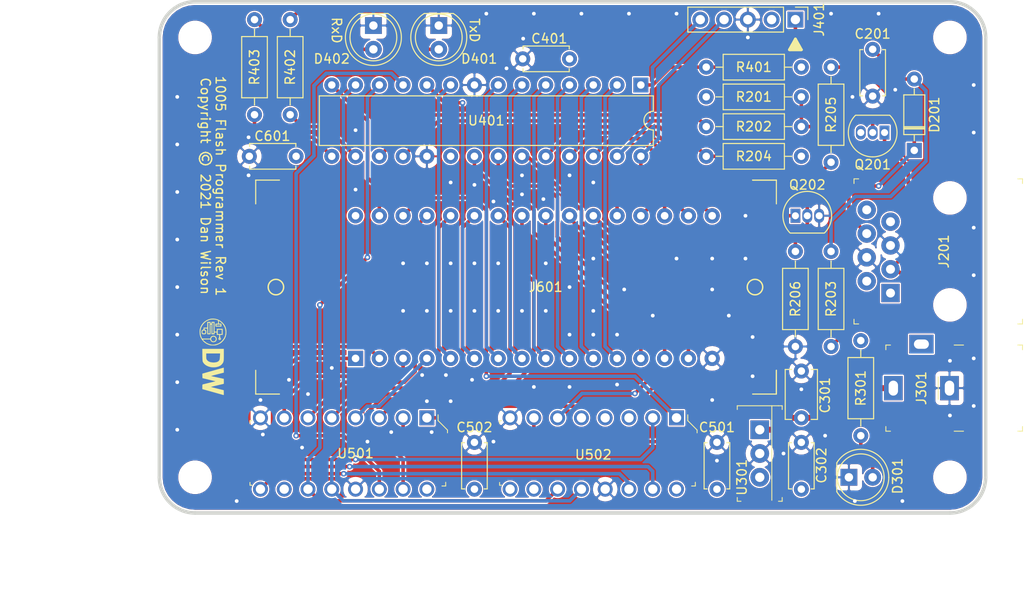
<source format=kicad_pcb>
(kicad_pcb (version 20211014) (generator pcbnew)
  (title_block (title "1005 Flash Programmer") (date "2021-12-13") (rev "1") (company "Dan Wilson") (comment 3 "Copyright © 2021 Dan Wilson") (comment 4 "SST39SF0x0A Flash Programmer"))
  (layers (0 "F.Cu" signal) (1 "In1.Cu" power) (2 "In2.Cu" power) (31 "B.Cu" signal) (36 "B.SilkS" user "B.Silkscreen") (37 "F.SilkS" user "F.Silkscreen") (38 "B.Mask" user) (39 "F.Mask" user) (44 "Edge.Cuts" user))
  (net 0 "")
  (net 1 "Net-(C201-Pad1)")
  (net 2 "VSS")
  (net 3 "Net-(C301-Pad1)")
  (net 4 "VDD")
  (net 5 "/UART Level Converter/TxD")
  (net 6 "Net-(D401-Pad2)")
  (net 7 "Net-(D402-Pad2)")
  (net 8 "Net-(J201-Pad1)")
  (net 9 "Net-(J201-Pad2)")
  (net 10 "/UART Level Converter/RxD")
  (net 11 "Net-(J201-Pad7)")
  (net 12 "Net-(J201-Pad8)")
  (net 13 "Net-(J301-Pad3)")
  (net 14 "/Micro Controller/~{MCLR}")
  (net 15 "/Flash Memory/D7")
  (net 16 "/Flash Memory/D6")
  (net 17 "/Flash Memory/A18")
  (net 18 "/Flash Memory/A16")
  (net 19 "/Flash Memory/A15")
  (net 20 "/Flash Memory/A12")
  (net 21 "/Flash Memory/A7")
  (net 22 "/Flash Memory/A6")
  (net 23 "/Flash Memory/A5")
  (net 24 "/Flash Memory/A4")
  (net 25 "/Flash Memory/A3")
  (net 26 "/Flash Memory/A2")
  (net 27 "/Flash Memory/A1")
  (net 28 "/Flash Memory/A0")
  (net 29 "/Flash Memory/D0")
  (net 30 "/Flash Memory/D1")
  (net 31 "/Flash Memory/D2")
  (net 32 "/Flash Memory/D3")
  (net 33 "/Flash Memory/D4")
  (net 34 "/Flash Memory/D5")
  (net 35 "/Flash Memory/~{CE}")
  (net 36 "/Flash Memory/A10")
  (net 37 "/Flash Memory/~{OE}")
  (net 38 "/Flash Memory/A11")
  (net 39 "/Flash Memory/A9")
  (net 40 "/Flash Memory/A8")
  (net 41 "/Flash Memory/A13")
  (net 42 "/Flash Memory/A14")
  (net 43 "/Flash Memory/A17")
  (net 44 "/Flash Memory/~{FL_WE}")
  (net 45 "Net-(Q201-Pad2)")
  (net 46 "Net-(Q202-Pad2)")
  (net 47 "/Micro Controller/USART_uRX")
  (net 48 "/Micro Controller/USART_uTX")
  (net 49 "/Micro Controller/LED_uRX")
  (net 50 "/Micro Controller/LED_uTX")
  (net 51 "/Micro Controller/SR_SDATA")
  (net 52 "/Micro Controller/SR_SCLK")
  (net 53 "/Micro Controller/SR_RCLK")
  (net 54 "Net-(U501-Pad9)")
  (net 55 "Net-(U502-Pad3)")
  (net 56 "Net-(U502-Pad4)")
  (net 57 "Net-(U502-Pad5)")
  (net 58 "Net-(U502-Pad9)")
  (net 59 "Net-(D301-Pad2)")
  (footprint "Capacitor_THT:C_Disc_D5.1mm_W3.2mm_P5.00mm" (layer "F.Cu") (at 182.245 140.97 90)
    (fp_text reference "C301")
    (fp_text value "0.33uF")
  )
  (footprint "Capacitor_THT:C_Disc_D4.7mm_W2.5mm_P5.00mm" (layer "F.Cu") (at 173.228 148.59 90)
    (fp_text reference "C501")
    (fp_text value "0.1uF")
  )
  (footprint "Diode_THT:D_DO-35_SOD27_P7.62mm_Horizontal" (layer "F.Cu") (at 194.31 112.395 90)
    (fp_text reference "D201")
    (fp_text value "1N4148")
  )
  (footprint "LED_THT:LED_D5.0mm" (layer "F.Cu") (at 136.525 99.06 -90)
    (fp_text reference "D402")
    (fp_text value "LED")
  )
  (footprint "DW_Footprint:32-6554-10" (layer "F.Cu") (at 154.94 127)
    (fp_text reference "J601")
    (fp_text value "32-6554-10")
  )
  (footprint "Package_TO_SOT_THT:TO-92_Inline" (layer "F.Cu") (at 181.61 119.38)
    (fp_text reference "Q202")
    (fp_text value "BC548")
  )
  (footprint "Resistor_THT:R_Axial_DIN0207_L6.3mm_D2.5mm_P10.16mm_Horizontal" (layer "F.Cu") (at 172.085 106.68)
    (fp_text reference "R201")
    (fp_text value "10K")
  )
  (footprint "Resistor_THT:R_Axial_DIN0207_L6.3mm_D2.5mm_P10.16mm_Horizontal" (layer "F.Cu") (at 182.245 109.855 180)
    (fp_text reference "R202")
    (fp_text value "10K")
  )
  (footprint "Resistor_THT:R_Axial_DIN0207_L6.3mm_D2.5mm_P10.16mm_Horizontal" (layer "F.Cu") (at 185.42 133.35 90)
    (fp_text reference "R203")
    (fp_text value "4.7K")
  )
  (footprint "Resistor_THT:R_Axial_DIN0207_L6.3mm_D2.5mm_P10.16mm_Horizontal" (layer "F.Cu") (at 182.245 113.03 180)
    (fp_text reference "R204")
    (fp_text value "10K")
  )
  (footprint "Resistor_THT:R_Axial_DIN0207_L6.3mm_D2.5mm_P10.16mm_Horizontal" (layer "F.Cu") (at 181.61 123.19 -90)
    (fp_text reference "R206")
    (fp_text value "4.7K")
  )
  (footprint "Resistor_THT:R_Axial_DIN0207_L6.3mm_D2.5mm_P10.16mm_Horizontal" (layer "F.Cu") (at 182.245 103.505 180)
    (fp_text reference "R401")
    (fp_text value "10K")
  )
  (footprint "digikey-footprints:TO-220-3" (layer "F.Cu") (at 177.8 142.24 -90)
    (fp_text reference "U301")
    (fp_text value "L7805CV")
  )
  (footprint "Package_DIP:DIP-28_W7.62mm" (layer "F.Cu") (at 165.1 105.41 -90)
    (fp_text reference "U401")
    (fp_text value "PIC16F15256-xSP")
  )
  (footprint "digikey-footprints:DIP-16_W7.62mm" (layer "F.Cu") (at 168.91 140.97 -90)
    (fp_text reference "U502")
    (fp_text value "SN74HC595NE4")
  )
  (footprint "Capacitor_THT:C_Disc_D4.7mm_W2.5mm_P5.00mm" (layer "F.Cu") (at 147.32 148.59 90)
    (fp_text reference "C502")
    (fp_text value "0.1uF")
  )
  (footprint "digikey-footprints:DIP-16_W7.62mm" (layer "F.Cu") (at 142.24 140.97 -90)
    (fp_text reference "U501")
    (fp_text value "SN74HC595NE4")
  )
  (footprint "Capacitor_THT:C_Disc_D4.7mm_W2.5mm_P5.00mm" (layer "F.Cu") (at 128.27 113.03 180)
    (fp_text reference "C601")
    (fp_text value "0.1uF")
  )
  (footprint "Connector_PinHeader_2.54mm:PinHeader_1x05_P2.54mm_Vertical" (layer "F.Cu") (at 181.61 98.425 -90)
    (fp_text reference "J401")
    (fp_text value "ICSP")
  )
  (footprint "Capacitor_THT:C_Disc_D4.7mm_W2.5mm_P5.00mm" (layer "F.Cu") (at 189.865 101.6 -90)
    (fp_text reference "C201")
    (fp_text value "0.1uF")
  )
  (footprint "Resistor_THT:R_Axial_DIN0207_L6.3mm_D2.5mm_P10.16mm_Horizontal" (layer "F.Cu") (at 123.825 108.585 90)
    (fp_text reference "R403")
    (fp_text value "300")
  )
  (footprint "Resistor_THT:R_Axial_DIN0207_L6.3mm_D2.5mm_P10.16mm_Horizontal" (layer "F.Cu") (at 127.635 108.585 90)
    (fp_text reference "R402")
    (fp_text value "300")
  )
  (footprint "MountingHole:MountingHole_3.2mm_M3" (layer "F.Cu") (at 117.475 100.33)
    (fp_text reference "H101" hide)
    (fp_text value "MountingHole")
  )
  (footprint "MountingHole:MountingHole_3.2mm_M3" (layer "F.Cu") (at 117.475 147.32)
    (fp_text reference "H103" hide)
    (fp_text value "MountingHole")
  )
  (footprint "Package_TO_SOT_THT:TO-92_Inline" (layer "F.Cu") (at 191.135 110.49 180)
    (fp_text reference "Q201")
    (fp_text value "BC558")
  )
  (footprint "Resistor_THT:R_Axial_DIN0207_L6.3mm_D2.5mm_P10.16mm_Horizontal" (layer "F.Cu") (at 185.42 103.505 -90)
    (fp_text reference "R205")
    (fp_text value "4.7K")
  )
  (footprint "digikey-footprints:Ethernet_Jack_54602-908LF" (layer "F.Cu") (at 191.77 127.635 90)
    (fp_text reference "J201")
    (fp_text value "A-2004-2-4-LP-N-R")
  )
  (footprint "MountingHole:MountingHole_3.2mm_M3" (layer "F.Cu") (at 198.12 100.33)
    (fp_text reference "H104" hide)
    (fp_text value "MountingHole")
  )
  (footprint "MountingHole:MountingHole_3.2mm_M3" (layer "F.Cu") (at 198.12 147.32)
    (fp_text reference "H102" hide)
    (fp_text value "MountingHole")
  )
  (footprint "digikey-footprints:Barrel_Jack_5.5mmODx2.1mmID_PJ-102A" (layer "F.Cu") (at 195.072 137.795 -90)
    (fp_text reference "J301")
    (fp_text value "Barrel_Jack_Switch")
  )
  (footprint "DW_Footprint:DW_PCB_Logo" (layer "F.Cu") (at 119.38 134.493 -90)
    (fp_text reference "G***" hide)
    (fp_text value "LOGO" hide)
  )
  (footprint "LED_THT:LED_D5.0mm" (layer "F.Cu") (at 143.51 99.06 -90)
    (fp_text reference "D401")
    (fp_text value "LED")
  )
  (footprint "Capacitor_THT:C_Disc_D4.7mm_W2.5mm_P5.00mm" (layer "F.Cu") (at 157.48 102.616 180)
    (fp_text reference "C401")
    (fp_text value "0.1uF")
  )
  (footprint "LED_THT:LED_D5.0mm" (layer "F.Cu") (at 187.325 147.32)
    (fp_text reference "D301")
    (fp_text value "LED")
  )
  (footprint "Resistor_THT:R_Axial_DIN0207_L6.3mm_D2.5mm_P10.16mm_Horizontal" (layer "F.Cu") (at 188.595 132.715 -90)
    (fp_text reference "R301")
    (fp_text value "300")
  )
  (footprint "Capacitor_THT:C_Disc_D4.7mm_W2.5mm_P5.00mm" (layer "F.Cu") (at 182.245 148.59 90)
    (fp_text reference "C302")
    (fp_text value "0.1uF")
  )
  (gr_line (start 113.665 147.32) (end 113.665 100.33) (layer "Edge.Cuts") (width 0.381))
  (gr_line (start 117.475 96.52) (end 198.12 96.52) (layer "Edge.Cuts") (width 0.381))
  (gr_line (start 198.12 151.13) (end 117.475 151.13) (layer "Edge.Cuts") (width 0.381))
  (gr_line (start 201.93 100.33) (end 201.93 147.32) (layer "Edge.Cuts") (width 0.381))
  (gr_arc (start 117.475 151.13) (mid 114.780923 150.014077) (end 113.665 147.32) (layer "Edge.Cuts") (width 0.381))
  (gr_arc (start 201.93 147.32) (mid 200.814077 150.014077) (end 198.12 151.13) (layer "Edge.Cuts") (width 0.381))
  (gr_arc (start 198.12 96.52) (mid 200.814077 97.635923) (end 201.93 100.33) (layer "Edge.Cuts") (width 0.381))
  (gr_arc (start 113.665 100.33) (mid 114.780923 97.635923) (end 117.475 96.52) (layer "Edge.Cuts") (width 0.381))
  (gr_text "TxD" (at 147.32 99.568 270) (layer "F.SilkS") (effects (font (size 1 1))))
  (gr_text "▲" (at 181.61 100.965) (layer "F.SilkS") (effects (font (size 1.5 1.5) (thickness 0.3))))
  (gr_text "1005 Flash Programmer Rev 1\nCopyright © 2021 Dan Wilson" (at 119.38 116.205 -90) (layer "F.SilkS") (effects (font (size 1 1))))
  (gr_text "RxD" (at 132.588 99.568 270) (layer "F.SilkS") (effects (font (size 1 1))))
  (segment (start 194.31 104.775) (end 193.04 104.775) (width 0.381) (layer "F.Cu") (net 1))
  (segment (start 193.04 104.775) (end 189.865 101.6) (width 0.381) (layer "F.Cu") (net 1))
  (segment (start 195.554501 106.019501) (end 195.554501 113.550601) (width 0.381) (layer "B.Cu") (net 1))
  (segment (start 185.42 119.913369) (end 185.42 123.19) (width 0.381) (layer "B.Cu") (net 1))
  (segment (start 194.31 104.775) (end 195.554501 106.019501) (width 0.381) (layer "B.Cu") (net 1))
  (segment (start 188.01287 117.320499) (end 185.42 119.913369) (width 0.381) (layer "B.Cu") (net 1))
  (segment (start 191.784603 117.320499) (end 188.01287 117.320499) (width 0.381) (layer "B.Cu") (net 1))
  (segment (start 195.554501 113.550601) (end 191.784603 117.320499) (width 0.381) (layer "B.Cu") (net 1))
  (via (at 142.24 139.192) (size 0.8) (drill 0.4) (layers "F.Cu" "B.Cu") (net 2))
  (via (at 123.19 115.062) (size 0.8) (drill 0.4) (layers "F.Cu" "B.Cu") (net 2))
  (via (at 127.508 136.906) (size 0.8) (drill 0.4) (layers "F.Cu" "B.Cu") (net 2))
  (via (at 200.66 110.49) (size 0.8) (drill 0.4) (layers "F.Cu" "B.Cu") (net 2))
  (via (at 157.48 127) (size 0.8) (drill 0.4) (layers "F.Cu" "B.Cu") (net 2))
  (via (at 187.706 106.68) (size 0.8) (drill 0.4) (layers "F.Cu" "B.Cu") (net 2))
  (via (at 115.57 142.24) (size 0.8) (drill 0.4) (layers "F.Cu" "B.Cu") (net 2))
  (via (at 162.56 132.08) (size 0.8) (drill 0.4) (layers "F.Cu" "B.Cu") (net 2))
  (via (at 168.91 97.79) (size 0.8) (drill 0.4) (layers "F.Cu" "B.Cu") (net 2))
  (via (at 115.57 111.76) (size 0.8) (drill 0.4) (layers "F.Cu" "B.Cu") (net 2))
  (via (at 135.89 143.51) (size 0.8) (drill 0.4) (layers "F.Cu" "B.Cu") (net 2))
  (via (at 134.62 110.236) (size 0.8) (drill 0.4) (layers "F.Cu" "B.Cu") (net 2))
  (via (at 149.352 143.51) (size 0.8) (drill 0.4) (layers "F.Cu" "B.Cu") (net 2))
  (via (at 152.527 100.457) (size 0.8) (drill 0.4) (layers "F.Cu" "B.Cu") (net 2))
  (via (at 144.78 139.192) (size 0.8) (drill 0.4) (layers "F.Cu" "B.Cu") (net 2))
  (via (at 147.066 136.906) (size 0.8) (drill 0.4) (layers "F.Cu" "B.Cu") (net 2))
  (via (at 147.32 124.46) (size 0.8) (drill 0.4) (layers "F.Cu" "B.Cu") (net 2))
  (via (at 198.12 134.874) (size 0.8) (drill 0.4) (layers "F.Cu" "B.Cu") (net 2))
  (via (at 154.94 129.54) (size 0.8) (drill 0.4) (layers "F.Cu" "B.Cu") (net 2))
  (via (at 163.83 97.79) (size 0.8) (drill 0.4) (layers "F.Cu" "B.Cu") (net 2))
  (via (at 177.038 132.334) (size 0.8) (drill 0.4) (layers "F.Cu" "B.Cu") (net 2))
  (via (at 152.4 117.094) (size 0.8) (drill 0.4) (layers "F.Cu" "B.Cu") (net 2))
  (via (at 149.352 117.856) (size 0.8) (drill 0.4) (layers "F.Cu" "B.Cu") (net 2))
  (via (at 177.038 136.525) (size 0.8) (drill 0.4) (layers "F.Cu" "B.Cu") (net 2))
  (via (at 200.66 105.41) (size 0.8) (drill 0.4) (layers "F.Cu" "B.Cu") (net 2))
  (via (at 153.67 97.79) (size 0.8) (drill 0.4) (layers "F.Cu" "B.Cu") (net 2))
  (via (at 200.66 125.73) (size 0.8) (drill 0.4) (layers "F.Cu" "B.Cu") (net 2))
  (via (at 173.228 145.542) (size 0.8) (drill 0.4) (layers "F.Cu" "B.Cu") (net 2))
  (via (at 139.7 124.46) (size 0.8) (drill 0.4) (layers "F.Cu" "B.Cu") (net 2))
  (via (at 144.272 136.398) (size 0.8) (drill 0.4) (layers "F.Cu" "B.Cu") (net 2))
  (via (at 124.46 139.065) (size 0.8) (drill 0.4) (layers "F.Cu" "B.Cu") (net 2))
  (via (at 154.686 117.602) (size 0.8) (drill 0.4) (layers "F.Cu" "B.Cu") (net 2))
  (via (at 115.57 106.68) (size 0.8) (drill 0.4) (layers "F.Cu" "B.Cu") (net 2))
  (via (at 163.322 127.254) (size 0.8) (drill 0.4) (layers "F.Cu" "B.Cu") (net 2))
  (via (at 182.245 137.922) (size 0.8) (drill 0.4) (layers "F.Cu" "B.Cu") (net 2))
  (via (at 176.276 123.952) (size 0.8) (drill 0.4) (layers "F.Cu" "B.Cu") (net 2))
  (via (at 180.34 144.78) (size 0.8) (drill 0.4) (layers "F.Cu" "B.Cu") (net 2))
  (via (at 172.72 127.254) (size 0.8) (drill 0.4) (layers "F.Cu" "B.Cu") (net 2))
  (via (at 157.48 115.062) (size 0.8) (drill 0.4) (layers "F.Cu" "B.Cu") (net 2))
  (via (at 144.78 129.54) (size 0.8) (drill 0.4) (layers "F.Cu" "B.Cu") (net 2))
  (via (at 190.5 97.79) (size 0.8) (drill 0.4) (layers "F.Cu" "B.Cu") (net 2))
  (via (at 115.57 132.08) (size 0.8) (drill 0.4) (layers "F.Cu" "B.Cu") (net 2))
  (via (at 152.4 115.062) (size 0.8) (drill 0.4) (layers "F.Cu" "B.Cu") (net 2))
  (via (at 150.749 103.632) (size 0.8) (drill 0.4) (layers "F.Cu" "B.Cu") (net 2))
  (via (at 128.905 144.145) (size 0.8) (drill 0.4) (layers "F.Cu" "B.Cu") (net 2))
  (via (at 154.94 124.46) (size 0.8) (drill 0.4) (layers "F.Cu" "B.Cu") (net 2))
  (via (at 138.43 142.494) (size 0.8) (drill 0.4) (layers "F.Cu" "B.Cu") (net 2))
  (via (at 176.53 100.33) (size 0.8) (drill 0.4) (layers "F.Cu" "B.Cu") (net 2))
  (via (at 193.04 149.86) (size 0.8) (drill 0.4) (layers "F.Cu" "B.Cu") (net 2))
  (via (at 153.67 137.668) (size 0.8) (drill 0.4) (layers "F.Cu" "B.Cu") (net 2))
  (via (at 158.75 97.79) (size 0.8) (drill 0.4) (layers "F.Cu" "B.Cu") (net 2))
  (via (at 149.86 124.46) (size 0.8) (drill 0.4) (layers "F.Cu" "B.Cu") (net 2))
  (via (at 147.32 116.078) (size 0.8) (drill 0.4) (layers "F.Cu" "B.Cu") (net 2))
  (via (at 200.66 120.65) (size 0.8) (drill 0.4) (layers "F.Cu" "B.Cu") (net 2))
  (via (at 152.4 129.54) (size 0.8) (drill 0.4) (layers "F.Cu" "B.Cu") (net 2))
  (via (at 187.96 149.86) (size 0.8) (drill 0.4) (layers "F.Cu" "B.Cu") (net 2))
  (via (at 160.02 123.952) (size 0.8) (drill 0.4) (layers "F.Cu" "B.Cu") (net 2))
  (via (at 192.278 105.918) (size 0.8) (drill 0.4) (layers "F.Cu" "B.Cu") (net 2))
  (via (at 147.32 129.54) (size 0.8) (drill 0.4) (layers "F.Cu" "B.Cu") (net 2))
  (via (at 174.498 130.048) (size 0.8) (drill 0.4) (layers "F.Cu" "B.Cu") (net 2))
  (via (at 141.732 136.398) (size 0.8) (drill 0.4) (layers "F.Cu" "B.Cu") (net 2))
  (via (at 160.02 115.824) (size 0.8) (drill 0.4) (layers "F.Cu" "B.Cu") (net 2))
  (via (at 139.7 129.54) (size 0.8) (drill 0.4) (layers "F.Cu" "B.Cu") (net 2))
  (via (at 160.02 129.54) (size 0.8) (drill 0.4) (layers "F.Cu" "B.Cu") (net 2))
  (via (at 176.276 119.38) (size 0.8) (drill 0.4) (layers "F.Cu" "B.Cu") (net 2))
  (via (at 166.37 130.048) (size 0.8) (drill 0.4) (layers "F.Cu" "B.Cu") (net 2))
  (via (at 124.714 142.748) (size 0.8) (drill 0.4) (layers "F.Cu" "B.Cu") (net 2))
  (via (at 121.92 149.86) (size 0.8) (drill 0.4) (layers "F.Cu" "B.Cu") (net 2))
  (via (at 144.78 124.46) (size 0.8) (drill 0.4) (layers "F.Cu" "B.Cu") (net 2))
  (via (at 134.62 116.586) (size 0.8) (drill 0.4) (layers "F.Cu" "B.Cu") (net 2))
  (via (at 115.57 121.92) (size 0.8) (drill 0.4) (layers "F.Cu" "B.Cu") (net 2))
  (via (at 184.785 142.875) (size 0.8) (drill 0.4) (layers "F.Cu" "B.Cu") (net 2))
  (via (at 200.66 134.62) (size 0.8) (drill 0.4) (layers "F.Cu" "B.Cu") (net 2))
  (via (at 142.24 124.46) (size 0.8) (drill 0.4) (layers "F.Cu" "B.Cu") (net 2))
  (via (at 185.42 97.79) (size 0.8) (drill 0.4) (layers "F.Cu" "B.Cu") (net 2))
  (via (at 162.56 137.414) (size 0.8) (drill 0.4) (layers "F.Cu" "B.Cu") (net 2))
  (via (at 168.91 123.952) (size 0.8) (drill 0.4) (layers "F.Cu" "B.Cu") (net 2))
  (via (at 123.19 110.998) (size 0.8) (drill 0.4) (layers "F.Cu" "B.Cu") (net 2))
  (via (at 115.57 116.84) (size 0.8) (drill 0.4) (layers "F.Cu" "B.Cu") (net 2))
  (via (at 142.24 129.54) (size 0.8) (drill 0.4) (layers "F.Cu" "B.Cu") (net 2))
  (via (at 160.02 132.08) (size 0.8) (drill 0.4) (layers "F.Cu" "B.Cu") (net 2))
  (via (at 144.78 115.824) (size 0.8) (drill 0.4) (layers "F.Cu" "B.Cu") (net 2))
  (via (at 200.66 139.7) (size 0.8) (drill 0.4) (layers "F.Cu" "B.Cu") (net 2))
  (via (at 115.57 137.16) (size 0.8) (drill 0.4) (layers "F.Cu" "B.Cu") (net 2))
  (via (at 172.72 123.952) (size 0.8) (drill 0.4) (layers "F.Cu" "B.Cu") (net 2))
  (via (at 157.48 137.668) (size 0.8) (drill 0.4) (layers "F.Cu" "B.Cu") (net 2))
  (via (at 198.12 140.716) (size 0.8) (drill 0.4) (layers "F.Cu" "B.Cu") (net 2))
  (via (at 132.08 135.636) (size 0.8) (drill 0.4) (layers "F.Cu" "B.Cu") (net 2))
  (via (at 142.748 142.494) (size 0.8) (drill 0.4) (layers "F.Cu" "B.Cu") (net 2))
  (via (at 172.72 139.065) (size 0.8) (drill 0.4) (layers "F.Cu" "B.Cu") (net 2))
  (via (at 115.57 127) (size 0.8) (drill 0.4) (layers "F.Cu" "B.Cu") (net 2))
  (via (at 157.48 132.08) (size 0.8) (drill 0.4) (layers "F.Cu" "B.Cu") (net 2))
  (via (at 148.59 97.79) (size 0.8) (drill 0.4) (layers "F.Cu" "B.Cu") (net 2))
  (via (at 129.54 138.43) (size 0.8) (drill 0.4) (layers "F.Cu" "B.Cu") (net 2))
  (via (at 149.86 129.54) (size 0.8) (drill 0.4) (layers "F.Cu" "B.Cu") (net 2))
  (segment (start 182.245 140.97) (end 185.42 140.97) (width 0.635) (layer "F.Cu") (net 3))
  (segment (start 185.42 140.97) (end 188.595 137.795) (width 0.635) (layer "F.Cu") (net 3))
  (segment (start 179.705 142.24) (end 180.975 140.97) (width 0.635) (layer "F.Cu") (net 3))
  (segment (start 180.975 140.97) (end 182.245 140.97) (width 0.635) (layer "F.Cu") (net 3))
  (segment (start 177.8 142.24) (end 179.705 142.24) (width 0.635) (layer "F.Cu") (net 3))
  (segment (start 188.595 137.795) (end 192.072 137.795) (width 0.635) (layer "F.Cu") (net 3))
  (segment (start 187.96 116.205) (end 190.5 116.205) (width 0.381) (layer "F.Cu") (net 5))
  (segment (start 187.325 116.84) (end 187.96 116.205) (width 0.381) (layer "F.Cu") (net 5))
  (segment (start 194.31 109.203138) (end 188.611862 103.505) (width 0.381) (layer "F.Cu") (net 5))
  (segment (start 187.325 119.38) (end 187.325 116.84) (width 0.381) (layer "F.Cu") (net 5))
  (segment (start 194.31 112.395) (end 194.31 109.203138) (width 0.381) (layer "F.Cu") (net 5))
  (segment (start 188.611862 103.505) (end 185.42 103.505) (width 0.381) (layer "F.Cu") (net 5))
  (segment (start 189.23 121.285) (end 187.325 119.38) (width 0.381) (layer "F.Cu") (net 5))
  (via (at 190.5 116.205) (size 0.6) (drill 0.3) (layers "F.Cu" "B.Cu") (net 5))
  (segment (start 190.5 116.205) (end 194.31 112.395) (width 0.381) (layer "B.Cu") (net 5))
  (segment (start 142.24 101.6) (end 143.51 101.6) (width 0.381) (layer "F.Cu") (net 6))
  (segment (start 138.265001 97.625001) (end 142.24 101.6) (width 0.381) (layer "F.Cu") (net 6))
  (segment (start 127.635 98.425) (end 128.434999 97.625001) (width 0.381) (layer "F.Cu") (net 6))
  (segment (start 128.434999 97.625001) (end 138.265001 97.625001) (width 0.381) (layer "F.Cu") (net 6))
  (segment (start 127 101.6) (end 136.525 101.6) (width 0.381) (layer "F.Cu") (net 7))
  (segment (start 123.825 98.425) (end 127 101.6) (width 0.381) (layer "F.Cu") (net 7))
  (segment (start 193.675 123.19) (end 193.675 114.12) (width 0.381) (layer "F.Cu") (net 10))
  (segment (start 192.405 125.095) (end 193.675 126.365) (width 0.381) (layer "F.Cu") (net 10))
  (segment (start 187.96 130.81) (end 185.42 133.35) (width 0.381) (layer "F.Cu") (net 10))
  (segment (start 191.77 125.095) (end 192.405 125.095) (width 0.381) (layer "F.Cu") (net 10))
  (segment (start 193.675 126.365) (end 193.675 129.54) (width 0.381) (layer "F.Cu") (net 10))
  (segment (start 192.405 130.81) (end 187.96 130.81) (width 0.381) (layer "F.Cu") (net 10))
  (segment (start 193.675 114.12) (end 191.135 111.58) (width 0.381) (layer "F.Cu") (net 10))
  (segment (start 191.135 111.58) (end 191.135 110.49) (width 0.381) (layer "F.Cu") (net 10))
  (segment (start 191.77 125.095) (end 193.675 123.19) (width 0.381) (layer "F.Cu") (net 10))
  (segment (start 193.675 129.54) (end 192.405 130.81) (width 0.381) (layer "F.Cu") (net 10))
  (segment (start 181.61 100.33) (end 181.61 98.425) (width 0.381) (layer "F.Cu") (net 14))
  (segment (start 166.37 105.41) (end 168.275 103.505) (width 0.381) (layer "F.Cu") (net 14))
  (segment (start 172.085 103.505) (end 173.99 103.505) (width 0.381) (layer "F.Cu") (net 14))
  (segment (start 168.275 103.505) (end 172.085 103.505) (width 0.381) (layer "F.Cu") (net 14))
  (segment (start 175.895 101.6) (end 180.34 101.6) (width 0.381) (layer "F.Cu") (net 14))
  (segment (start 165.1 105.41) (end 166.37 105.41) (width 0.381) (layer "F.Cu") (net 14))
  (segment (start 173.99 103.505) (end 175.895 101.6) (width 0.381) (layer "F.Cu") (net 14))
  (segment (start 180.34 101.6) (end 181.61 100.33) (width 0.381) (layer "F.Cu") (net 14))
  (segment (start 162.56 117.602) (end 162.56 119.38) (width 0.381) (layer "F.Cu") (net 15))
  (segment (start 165.1 115.062) (end 162.56 117.602) (width 0.381) (layer "F.Cu") (net 15))
  (segment (start 165.1 113.03) (end 165.1 115.062) (width 0.381) (layer "F.Cu") (net 15))
  (segment (start 165.1 113.03) (end 166.979511 111.150489) (width 0.381) (layer "B.Cu") (net 15))
  (segment (start 166.979511 105.435489) (end 173.99 98.425) (width 0.381) (layer "B.Cu") (net 15))
  (segment (start 166.979511 111.150489) (end 166.979511 105.435489) (width 0.381) (layer "B.Cu") (net 15))
  (segment (start 165.697361 111.785499) (end 166.624 112.712138) (width 0.381) (layer "F.Cu") (net 16))
  (segment (start 166.624 117.856) (end 165.1 119.38) (width 0.381) (layer "F.Cu") (net 16))
  (segment (start 162.56 113.03) (end 163.804501 111.785499) (width 0.381) (layer "F.Cu") (net 16))
  (segment (start 166.624 112.712138) (end 166.624 117.856) (width 0.381) (layer "F.Cu") (net 16))
  (segment (start 163.804501 111.785499) (end 165.697361 111.785499) (width 0.381) (layer "F.Cu") (net 16))
  (segment (start 166.344501 109.245499) (end 166.344501 103.530499) (width 0.381) (layer "B.Cu") (net 16))
  (segment (start 162.56 113.03) (end 166.344501 109.245499) (width 0.381) (layer "B.Cu") (net 16))
  (segment (start 166.344501 103.530499) (end 171.45 98.425) (width 0.381) (layer "B.Cu") (net 16))
  (segment (start 125.755499 137.134501) (end 128.27 134.62) (width 0.381) (layer "F.Cu") (net 17))
  (segment (start 127.635 145.415) (end 125.755499 143.535499) (width 0.381) (layer "F.Cu") (net 17))
  (segment (start 125.755499 143.535499) (end 125.755499 137.134501) (width 0.381) (layer "F.Cu") (net 17))
  (segment (start 134.62 145.415) (end 127.635 145.415) (width 0.381) (layer "F.Cu") (net 17))
  (segment (start 128.27 134.62) (end 134.62 134.62) (width 0.381) (layer "F.Cu") (net 17))
  (via (at 134.62 145.415) (size 0.6) (drill 0.3) (layers "F.Cu" "B.Cu") (net 17))
  (segment (start 165.1 145.415) (end 134.62 145.415) (width 0.381) (layer "B.Cu") (net 17))
  (segment (start 166.37 144.145) (end 165.1 145.415) (width 0.381) (layer "B.Cu") (net 17))
  (segment (start 166.37 140.97) (end 166.37 144.145) (width 0.381) (layer "B.Cu") (net 17))
  (segment (start 123.215499 142.397018) (end 123.215499 137.769501) (width 0.381) (layer "F.Cu") (net 18))
  (segment (start 135.902699 133.362699) (end 137.16 134.62) (width 0.381) (layer "F.Cu") (net 18))
  (segment (start 133.985 146.177003) (end 126.995484 146.177003) (width 0.381) (layer "F.Cu") (net 18))
  (segment (start 127.622301 133.362699) (end 135.902699 133.362699) (width 0.381) (layer "F.Cu") (net 18))
  (segment (start 123.215499 137.769501) (end 127.622301 133.362699) (width 0.381) (layer "F.Cu") (net 18))
  (segment (start 126.995484 146.177003) (end 123.215499 142.397018) (width 0.381) (layer "F.Cu") (net 18))
  (via (at 133.985 146.177003) (size 0.6) (drill 0.3) (layers "F.Cu" "B.Cu") (net 18))
  (segment (start 165.607997 146.177003) (end 133.985 146.177003) (width 0.381) (layer "B.Cu") (net 18))
  (segment (start 166.37 148.59) (end 166.37 146.685) (width 0.381) (layer "B.Cu") (net 18))
  (segment (start 166.37 146.685) (end 165.862003 146.177003) (width 0.381) (layer "B.Cu") (net 18))
  (segment (start 166.37 148.59) (end 166.37 147.32) (width 0.381) (layer "B.Cu") (net 18))
  (segment (start 165.862003 146.177003) (end 165.607997 146.177003) (width 0.381) (layer "B.Cu") (net 18))
  (segment (start 129.54 136.525) (end 139.065 136.525) (width 0.381) (layer "F.Cu") (net 19))
  (segment (start 139.065 136.525) (end 139.7 135.89) (width 0.381) (layer "F.Cu") (net 19))
  (segment (start 127 140.97) (end 127 139.065) (width 0.381) (layer "F.Cu") (net 19))
  (segment (start 127 139.065) (end 129.54 136.525) (width 0.381) (layer "F.Cu") (net 19))
  (segment (start 139.7 135.89) (end 139.7 134.62) (width 0.381) (layer "F.Cu") (net 19))
  (segment (start 134.62 140.97) (end 135.864501 139.725499) (width 0.381) (layer "B.Cu") (net 20))
  (segment (start 137.134501 139.725499) (end 142.24 134.62) (width 0.381) (layer "B.Cu") (net 20))
  (segment (start 135.864501 139.725499) (end 137.134501 139.725499) (width 0.381) (layer "B.Cu") (net 20))
  (segment (start 144.78 105.41) (end 143.497301 106.692699) (width 0.381) (layer "B.Cu") (net 21))
  (segment (start 143.497301 106.692699) (end 143.497301 133.337301) (width 0.381) (layer "B.Cu") (net 21))
  (segment (start 143.497301 133.337301) (end 144.78 134.62) (width 0.381) (layer "B.Cu") (net 21))
  (segment (start 146.05 107.315) (end 144.145 107.315) (width 0.381) (layer "F.Cu") (net 22))
  (segment (start 144.145 107.315) (end 142.24 105.41) (width 0.381) (layer "F.Cu") (net 22))
  (via (at 146.05 107.315) (size 0.6) (drill 0.3) (layers "F.Cu" "B.Cu") (net 22))
  (segment (start 147.32 134.62) (end 146.062699 133.362699) (width 0.381) (layer "B.Cu") (net 22))
  (segment (start 146.05 107.95) (end 146.05 107.315) (width 0.381) (layer "B.Cu") (net 22))
  (segment (start 146.062699 133.362699) (end 146.062699 107.962699) (width 0.381) (layer "B.Cu") (net 22))
  (segment (start 146.062699 107.962699) (end 146.05 107.95) (width 0.381) (layer "B.Cu") (net 22))
  (segment (start 148.602699 106.667301) (end 148.602699 133.362699) (width 0.381) (layer "B.Cu") (net 23))
  (segment (start 148.602699 133.362699) (end 149.86 134.62) (width 0.381) (layer "B.Cu") (net 23))
  (segment (start 149.86 105.41) (end 148.602699 106.667301) (width 0.381) (layer "B.Cu") (net 23))
  (segment (start 152.4 105.41) (end 151.142699 106.667301) (width 0.381) (layer "B.Cu") (net 24))
  (segment (start 151.142699 106.667301) (end 151.142699 133.362699) (width 0.381) (layer "B.Cu") (net 24))
  (segment (start 151.142699 133.362699) (end 152.4 134.62) (width 0.381) (layer "B.Cu") (net 24))
  (segment (start 154.94 105.41) (end 153.682699 106.667301) (width 0.381) (layer "B.Cu") (net 25))
  (segment (start 153.682699 106.667301) (end 153.682699 133.362699) (width 0.381) (layer "B.Cu") (net 25))
  (segment (start 153.682699 133.362699) (end 154.94 134.62) (width 0.381) (layer "B.Cu") (net 25))
  (segment (start 156.197301 133.337301) (end 157.48 134.62) (width 0.381) (layer "B.Cu") (net 26))
  (segment (start 157.48 105.41) (end 156.197301 106.692699) (width 0.381) (layer "B.Cu") (net 26))
  (segment (start 156.197301 106.692699) (end 156.197301 133.337301) (width 0.381) (layer "B.Cu") (net 26))
  (segment (start 158.737301 106.692699) (end 158.737301 133.337301) (width 0.381) (layer "B.Cu") (net 27))
  (segment (start 158.737301 133.337301) (end 160.02 134.62) (width 0.381) (layer "B.Cu") (net 27))
  (segment (start 160.02 105.41) (end 158.737301 106.692699) (width 0.381) (layer "B.Cu") (net 27))
  (segment (start 161.277301 106.692699) (end 161.277301 133.337301) (width 0.381) (layer "B.Cu") (net 28))
  (segment (start 161.277301 133.337301) (end 162.56 134.62) (width 0.381) (layer "B.Cu") (net 28))
  (segment (start 162.56 105.41) (end 161.277301 106.692699) (width 0.381) (layer "B.Cu") (net 28))
  (segment (start 153.682699 121.170699) (end 165.1 132.588) (width 0.381) (layer "F.Cu") (net 29))
  (segment (start 153.682699 118.801893) (end 153.682699 121.170699) (width 0.381) (layer "F.Cu") (net 29))
  (segment (start 165.1 132.588) (end 165.1 134.62) (width 0.381) (layer "F.Cu") (net 29))
  (segment (start 151.281329 118.122699) (end 153.003505 118.122699) (width 0.381) (layer "F.Cu") (net 29))
  (segment (start 153.003505 118.122699) (end 153.682699 118.801893) (width 0.381) (layer "F.Cu") (net 29))
  (segment (start 147.32 113.03) (end 147.32 114.16137) (width 0.381) (layer "F.Cu") (net 29))
  (segment (start 147.32 114.16137) (end 151.281329 118.122699) (width 0.381) (layer "F.Cu") (net 29))
  (segment (start 154.94 116.205) (end 156.197301 117.462301) (width 0.381) (layer "F.Cu") (net 30))
  (segment (start 156.153107 121.609107) (end 167.64 133.096) (width 0.381) (layer "F.Cu") (net 30))
  (segment (start 156.153107 120.027699) (end 156.153107 121.609107) (width 0.381) (layer "F.Cu") (net 30))
  (segment (start 151.13 116.205) (end 154.94 116.205) (width 0.381) (layer "F.Cu") (net 30))
  (segment (start 167.64 133.096) (end 167.64 134.62) (width 0.381) (layer "F.Cu") (net 30))
  (segment (start 156.197301 119.983505) (end 156.153107 120.027699) (width 0.381) (layer "F.Cu") (net 30))
  (segment (start 149.86 113.03) (end 149.86 114.935) (width 0.381) (layer "F.Cu") (net 30))
  (segment (start 149.86 114.935) (end 151.13 116.205) (width 0.381) (layer "F.Cu") (net 30))
  (segment (start 156.197301 117.462301) (end 156.197301 119.983505) (width 0.381) (layer "F.Cu") (net 30))
  (segment (start 152.990806 113.03) (end 158.762699 118.801893) (width 0.381) (layer "F.Cu") (net 31))
  (segment (start 158.762699 120.027699) (end 170.18 131.445) (width 0.381) (layer "F.Cu") (net 31))
  (segment (start 152.4 113.03) (end 152.990806 113.03) (width 0.381) (layer "F.Cu") (net 31))
  (segment (start 170.18 131.445) (end 170.18 134.62) (width 0.381) (layer "F.Cu") (net 31))
  (segment (start 158.762699 118.801893) (end 158.762699 120.027699) (width 0.381) (layer "F.Cu") (net 31))
  (segment (start 158.089531 109.880469) (end 167.093607 109.880469) (width 0.381) (layer "F.Cu") (net 32))
  (segment (start 169.672 116.332) (end 172.72 119.38) (width 0.381) (layer "F.Cu") (net 32))
  (segment (start 169.672 112.458862) (end 169.672 116.332) (width 0.381) (layer "F.Cu") (net 32))
  (segment (start 154.94 113.03) (end 158.089531 109.880469) (width 0.381) (layer "F.Cu") (net 32))
  (segment (start 167.093607 109.880469) (end 169.672 112.458862) (width 0.381) (layer "F.Cu") (net 32))
  (segment (start 166.649479 110.515479) (end 168.656 112.522) (width 0.381) (layer "F.Cu") (net 33))
  (segment (start 168.656 117.856) (end 170.18 119.38) (width 0.381) (layer "F.Cu") (net 33))
  (segment (start 168.656 112.522) (end 168.656 117.856) (width 0.381) (layer "F.Cu") (net 33))
  (segment (start 157.48 113.03) (end 159.994521 110.515479) (width 0.381) (layer "F.Cu") (net 33))
  (segment (start 159.994521 110.515479) (end 166.649479 110.515479) (width 0.381) (layer "F.Cu") (net 33))
  (segment (start 161.899511 111.150489) (end 165.96039 111.150489) (width 0.381) (layer "F.Cu") (net 34))
  (segment (start 167.64 112.830099) (end 167.64 119.38) (width 0.381) (layer "F.Cu") (net 34))
  (segment (start 165.96039 111.150489) (end 167.64 112.830099) (width 0.381) (layer "F.Cu") (net 34))
  (segment (start 160.02 113.03) (end 161.899511 111.150489) (width 0.381) (layer "F.Cu") (net 34))
  (segment (start 174.625 133.985) (end 161.925 121.285) (width 0.381) (layer "F.Cu") (net 35))
  (segment (start 174.625 139.065) (end 174.625 133.985) (width 0.381) (layer "F.Cu") (net 35))
  (segment (start 155.07863 143.51) (end 170.18 143.51) (width 0.381) (layer "F.Cu") (net 35))
  (segment (start 153.67 140.97) (end 153.67 142.10137) (width 0.381) (layer "F.Cu") (net 35))
  (segment (start 170.18 143.51) (end 174.625 139.065) (width 0.381) (layer "F.Cu") (net 35))
  (segment (start 153.67 142.10137) (end 155.07863 143.51) (width 0.381) (layer "F.Cu") (net 35))
  (segment (start 161.925 121.285) (end 160.02 119.38) (width 0.381) (layer "F.Cu") (net 35))
  (segment (start 168.897301 131.051301) (end 168.897301 135.223505) (width 0.381) (layer "F.Cu") (net 36))
  (segment (start 168.897301 135.223505) (end 164.395307 139.725499) (width 0.381) (layer "F.Cu") (net 36))
  (segment (start 139.7 142.494) (end 139.7 140.97) (width 0.381) (layer "F.Cu") (net 36))
  (segment (start 157.48 119.38) (end 157.48 119.634) (width 0.381) (layer "F.Cu") (net 36))
  (segment (start 148.564501 139.725499) (end 144.145 144.145) (width 0.381) (layer "F.Cu") (net 36))
  (segment (start 164.395307 139.725499) (end 148.564501 139.725499) (width 0.381) (layer "F.Cu") (net 36))
  (segment (start 157.48 119.634) (end 168.897301 131.051301) (width 0.381) (layer "F.Cu") (net 36))
  (segment (start 141.351 144.145) (end 139.7 142.494) (width 0.381) (layer "F.Cu") (net 36))
  (segment (start 144.145 144.145) (end 141.351 144.145) (width 0.381) (layer "F.Cu") (net 36))
  (segment (start 154.94 119.38) (end 154.94 121.412) (width 0.381) (layer "F.Cu") (net 37))
  (segment (start 166.37 132.842) (end 166.37 136.46149) (width 0.381) (layer "F.Cu") (net 37))
  (segment (start 154.94 121.412) (end 166.37 132.842) (width 0.381) (layer "F.Cu") (net 37))
  (segment (start 166.37 136.46149) (end 164.465 138.36649) (width 0.381) (layer "F.Cu") (net 37))
  (via (at 164.465 138.36649) (size 0.6) (drill 0.3) (layers "F.Cu" "B.Cu") (net 37))
  (segment (start 156.21 140.97) (end 158.81351 138.36649) (width 0.381) (layer "B.Cu") (net 37))
  (segment (start 158.81351 138.36649) (end 164.465 138.36649) (width 0.381) (layer "B.Cu") (net 37))
  (segment (start 138.404501 139.725499) (end 137.16 140.97) (width 0.381) (layer "F.Cu") (net 38))
  (segment (start 149.790317 139.090489) (end 147.929511 139.090489) (width 0.381) (layer "F.Cu") (net 38))
  (segment (start 140.944501 142.586463) (end 140.944501 140.372639) (width 0.381) (layer "F.Cu") (net 38))
  (segment (start 153.657301 126.396495) (end 153.657301 135.223505) (width 0.381) (layer "F.Cu") (net 38))
  (segment (start 140.944501 140.372639) (end 140.297361 139.725499) (width 0.381) (layer "F.Cu") (net 38))
  (segment (start 140.297361 139.725499) (end 138.404501 139.725499) (width 0.381) (layer "F.Cu") (net 38))
  (segment (start 153.657301 135.223505) (end 149.790317 139.090489) (width 0.381) (layer "F.Cu") (net 38))
  (segment (start 152.4 119.38) (end 152.4 125.139194) (width 0.381) (layer "F.Cu") (net 38))
  (segment (start 143.51 143.51) (end 141.868038 143.51) (width 0.381) (layer "F.Cu") (net 38))
  (segment (start 141.868038 143.51) (end 140.944501 142.586463) (width 0.381) (layer "F.Cu") (net 38))
  (segment (start 147.929511 139.090489) (end 143.51 143.51) (width 0.381) (layer "F.Cu") (net 38))
  (segment (start 152.4 125.139194) (end 153.657301 126.396495) (width 0.381) (layer "F.Cu") (net 38))
  (segment (start 149.86 119.38) (end 151.117301 120.637301) (width 0.381) (layer "F.Cu") (net 39))
  (segment (start 151.117301 120.637301) (end 151.117301 136.198102) (width 0.381) (layer "F.Cu") (net 39))
  (segment (start 148.885403 138.43) (end 147.32 138.43) (width 0.381) (layer "F.Cu") (net 39))
  (segment (start 151.117301 136.198102) (end 148.885403 138.43) (width 0.381) (layer "F.Cu") (net 39))
  (segment (start 144.78 140.97) (end 142.24 140.97) (width 0.381) (layer "F.Cu") (net 39))
  (segment (start 147.32 138.43) (end 144.78 140.97) (width 0.381) (layer "F.Cu") (net 39))
  (segment (start 146.037301 135.902699) (end 143.51 138.43) (width 0.381) (layer "F.Cu") (net 40))
  (segment (start 143.51 138.43) (end 137.858138 138.43) (width 0.381) (layer "F.Cu") (net 40))
  (segment (start 135.915499 140.372639) (end 135.915499 141.630499) (width 0.381) (layer "F.Cu") (net 40))
  (segment (start 139.7 145.415) (end 139.7 148.59) (width 0.381) (layer "F.Cu") (net 40))
  (segment (start 137.858138 138.43) (end 135.915499 140.372639) (width 0.381) (layer "F.Cu") (net 40))
  (segment (start 146.037301 120.662699) (end 146.037301 135.902699) (width 0.381) (layer "F.Cu") (net 40))
  (segment (start 135.915499 141.630499) (end 139.7 145.415) (width 0.381) (layer "F.Cu") (net 40))
  (segment (start 147.32 119.38) (end 146.037301 120.662699) (width 0.381) (layer "F.Cu") (net 40))
  (segment (start 143.522699 135.877301) (end 143.522699 120.637301) (width 0.381) (layer "F.Cu") (net 41))
  (segment (start 132.08 140.97) (end 135.255 137.795) (width 0.381) (layer "F.Cu") (net 41))
  (segment (start 141.605 137.795) (end 143.522699 135.877301) (width 0.381) (layer "F.Cu") (net 41))
  (segment (start 135.255 137.795) (end 141.605 137.795) (width 0.381) (layer "F.Cu") (net 41))
  (segment (start 143.522699 120.637301) (end 144.78 119.38) (width 0.381) (layer "F.Cu") (net 41))
  (segment (start 140.982699 136.00882) (end 140.982699 120.637301) (width 0.381) (layer "F.Cu") (net 42))
  (segment (start 140.982699 120.637301) (end 142.24 119.38) (width 0.381) (layer "F.Cu") (net 42))
  (segment (start 139.831519 137.16) (end 140.982699 136.00882) (width 0.381) (layer "F.Cu") (net 42))
  (segment (start 129.54 140.97) (end 133.35 137.16) (width 0.381) (layer "F.Cu") (net 42))
  (segment (start 133.35 137.16) (end 139.831519 137.16) (width 0.381) (layer "F.Cu") (net 42))
  (segment (start 141.605 117.475) (end 139.7 119.38) (width 0.381) (layer "F.Cu") (net 43))
  (segment (start 147.275806 117.475) (end 141.605 117.475) (width 0.381) (layer "F.Cu") (net 43))
  (segment (start 148.59 136.525) (end 148.59 118.789194) (width 0.381) (layer "F.Cu") (net 43))
  (segment (start 148.59 118.789194) (end 147.275806 117.475) (width 0.381) (layer "F.Cu") (net 43))
  (via (at 148.59 136.525) (size 0.6) (drill 0.3) (layers "F.Cu" "B.Cu") (net 43))
  (segment (start 168.91 140.97) (end 164.465 136.525) (width 0.381) (layer "B.Cu") (net 43))
  (segment (start 164.465 136.525) (end 148.59 136.525) (width 0.381) (layer "B.Cu") (net 43))
  (segment (start 135.915499 109.245499) (end 135.915499 115.341499) (width 0.381) (layer "F.Cu") (net 44))
  (segment (start 137.16 116.586) (end 137.16 119.38) (width 0.381) (layer "F.Cu") (net 44))
  (segment (start 132.08 105.41) (end 135.915499 109.245499) (width 0.381) (layer "F.Cu") (net 44))
  (segment (start 135.915499 115.341499) (end 137.16 116.586) (width 0.381) (layer "F.Cu") (net 44))
  (segment (start 182.245 109.855) (end 182.245 106.68) (width 0.381) (layer "F.Cu") (net 45))
  (segment (start 184.15 109.855) (end 182.245 109.855) (width 0.381) (layer "F.Cu") (net 45))
  (segment (start 185.42 108.585) (end 184.15 109.855) (width 0.381) (layer "F.Cu") (net 45))
  (segment (start 189.865 110.49) (end 189.865 109.22) (width 0.381) (layer "F.Cu") (net 45))
  (segment (start 189.23 108.585) (end 185.42 108.585) (width 0.381) (layer "F.Cu") (net 45))
  (segment (start 189.865 109.22) (end 189.23 108.585) (width 0.381) (layer "F.Cu") (net 45))
  (segment (start 182.88 120.65) (end 182.88 119.38) (width 0.381) (layer "F.Cu") (net 46))
  (segment (start 182.88 119.38) (end 182.88 116.205) (width 0.381) (layer "F.Cu") (net 46))
  (segment (start 181.61 123.19) (end 181.61 121.92) (width 0.381) (layer "F.Cu") (net 46))
  (segment (start 182.88 116.205) (end 185.42 113.665) (width 0.381) (layer "F.Cu") (net 46))
  (segment (start 181.61 121.92) (end 182.88 120.65) (width 0.381) (layer "F.Cu") (net 46))
  (segment (start 143.484541 109.245459) (end 168.300459 109.245459) (width 0.381) (layer "F.Cu") (net 47))
  (segment (start 168.300459 109.245459) (end 172.085 113.03) (width 0.381) (layer "F.Cu") (net 47))
  (segment (start 139.7 113.03) (end 143.484541 109.245459) (width 0.381) (layer "F.Cu") (net 47))
  (segment (start 172.085 113.03) (end 173.355 113.03) (width 0.381) (layer "F.Cu") (net 47))
  (segment (start 179.705 119.38) (end 181.61 119.38) (width 0.381) (layer "F.Cu") (net 47))
  (segment (start 173.355 113.03) (end 179.705 119.38) (width 0.381) (layer "F.Cu") (net 47))
  (segment (start 137.16 113.03) (end 141.579551 108.610449) (width 0.381) (layer "F.Cu") (net 48))
  (segment (start 170.840449 108.610449) (end 172.085 109.855) (width 0.381) (layer "F.Cu") (net 48))
  (segment (start 141.579551 108.610449) (end 170.840449 108.610449) (width 0.381) (layer "F.Cu") (net 48))
  (segment (start 131.445 109.855) (end 134.62 113.03) (width 0.381) (layer "F.Cu") (net 49))
  (segment (start 127.635 108.585) (end 128.905 109.855) (width 0.381) (layer "F.Cu") (net 49))
  (segment (start 128.905 109.855) (end 131.445 109.855) (width 0.381) (layer "F.Cu") (net 49))
  (segment (start 123.825 110.109) (end 124.714 110.998) (width 0.381) (layer "F.Cu") (net 50))
  (segment (start 123.825 108.585) (end 123.825 110.109) (width 0.381) (layer "F.Cu") (net 50))
  (segment (start 130.048 110.998) (end 132.08 113.03) (width 0.381) (layer "F.Cu") (net 50))
  (segment (start 124.714 110.998) (end 130.048 110.998) (width 0.381) (layer "F.Cu") (net 50))
  (segment (start 133.35 142.875) (end 128.27 142.875) (width 0.381) (layer "F.Cu") (net 51))
  (segment (start 137.16 148.59) (end 137.16 146.685) (width 0.381) (layer "F.Cu") (net 51))
  (segment (start 137.16 146.685) (end 133.35 142.875) (width 0.381) (layer "F.Cu") (net 51))
  (via (at 128.27 142.875) (size 0.6) (drill 0.3) (layers "F.Cu" "B.Cu") (net 51))
  (segment (start 138.455499 104.165499) (end 139.7 105.41) (width 0.381) (layer "B.Cu") (net 51))
  (segment (start 130.175 112.966862) (end 130.175 105.473138) (width 0.381) (layer "B.Cu") (net 51))
  (segment (start 128.27 142.875) (end 128.27 114.871862) (width 0.381) (layer "B.Cu") (net 51))
  (segment (start 130.175 105.473138) (end 131.482639 104.165499) (width 0.381) (layer "B.Cu") (net 51))
  (segment (start 131.482639 104.165499) (end 138.455499 104.165499) (width 0.381) (layer "B.Cu") (net 51))
  (segment (start 128.27 114.871862) (end 130.175 112.966862) (width 0.381) (layer "B.Cu") (net 51))
  (segment (start 154.965499 149.834501) (end 156.21 148.59) (width 0.381) (layer "F.Cu") (net 52))
  (segment (start 135.89 123.825) (end 130.81 128.905) (width 0.381) (layer "F.Cu") (net 52))
  (segment (start 130.784501 149.834501) (end 154.965499 149.834501) (width 0.381) (layer "F.Cu") (net 52))
  (segment (start 129.54 148.59) (end 130.784501 149.834501) (width 0.381) (layer "F.Cu") (net 52))
  (via (at 135.89 123.825) (size 0.6) (drill 0.3) (layers "F.Cu" "B.Cu") (net 52))
  (via (at 130.81 128.905) (size 0.6) (drill 0.3) (layers "F.Cu" "B.Cu") (net 52))
  (segment (start 135.89 106.68) (end 135.89 123.825) (width 0.381) (layer "B.Cu") (net 52))
  (segment (start 130.81 144.145) (end 129.54 145.415) (width 0.381) (layer "B.Cu") (net 52))
  (segment (start 137.16 105.41) (end 135.89 106.68) (width 0.381) (layer "B.Cu") (net 52))
  (segment (start 129.54 145.415) (end 129.54 148.59) (width 0.381) (layer "B.Cu") (net 52))
  (segment (start 130.81 128.905) (end 130.81 144.145) (width 0.381) (layer "B.Cu") (net 52))
  (segment (start 133.324501 149.834501) (end 157.505499 149.834501) (width 0.381) (layer "B.Cu") (net 53))
  (segment (start 132.08 148.59) (end 133.324501 149.834501) (width 0.381) (layer "B.Cu") (net 53))
  (segment (start 133.324501 144.170499) (end 133.324501 106.705499) (width 0.381) (layer "B.Cu") (net 53))
  (segment (start 133.324501 106.705499) (end 134.62 105.41) (width 0.381) (layer "B.Cu") (net 53))
  (segment (start 132.08 148.59) (end 132.08 145.415) (width 0.381) (layer "B.Cu") (net 53))
  (segment (start 157.505499 149.834501) (end 158.75 148.59) (width 0.381) (layer "B.Cu") (net 53))
  (segment (start 132.08 145.415) (end 133.324501 144.170499) (width 0.381) (layer "B.Cu") (net 53))
  (segment (start 126.110994 146.939006) (end 133.35 146.939006) (width 0.381) (layer "F.Cu") (net 54))
  (segment (start 124.46 148.59) (end 126.110994 146.939006) (width 0.381) (layer "F.Cu") (net 54))
  (via (at 133.35 146.939006) (size 0.6) (drill 0.3) (layers "F.Cu" "B.Cu") (net 54))
  (segment (start 133.35 146.939006) (end 162.814006 146.939006) (width 0.381) (layer "B.Cu") (net 54))
  (segment (start 162.814006 146.939006) (end 163.83 147.955) (width 0.381) (layer "B.Cu") (net 54))
  (segment (start 163.83 147.955) (end 163.83 148.59) (width 0.381) (layer "B.Cu") (net 54))
  (segment (start 189.865 145.415) (end 189.865 147.32) (width 0.381) (layer "F.Cu") (net 59))
  (segment (start 188.595 144.145) (end 189.865 145.415) (width 0.381) (layer "F.Cu") (net 59))
  (segment (start 188.595 142.875) (end 188.595 144.145) (width 0.381) (layer "F.Cu") (net 59))
  (zone (net 2) (net_name "VSS") (layer "F.Cu") (connect_pads (clearance 0.1524)) (min_thickness 0.1524) (fill yes (thermal_gap 0.508) (thermal_bridge_width 0.2032))
    (polygon (pts (xy 201.93 151.13) (xy 113.665 151.13) (xy 113.665 96.52) (xy 201.93 96.498433)))
  )
  (zone (net 2) (net_name "VSS") (layer "B.Cu") (connect_pads (clearance 0.1524)) (min_thickness 0.1524) (fill yes (thermal_gap 0.508) (thermal_bridge_width 0.2032))
    (polygon (pts (xy 201.93 151.13) (xy 113.665 151.13) (xy 113.665 96.52) (xy 201.93 96.52)))
  )
)
</source>
